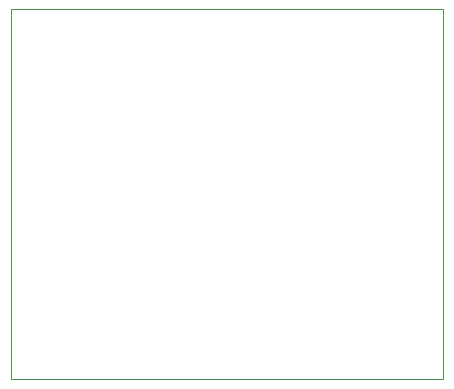
<source format=gm1>
%TF.GenerationSoftware,KiCad,Pcbnew,(6.0.7)*%
%TF.CreationDate,2022-09-15T17:21:33-05:00*%
%TF.ProjectId,starlightremote,73746172-6c69-4676-9874-72656d6f7465,rev?*%
%TF.SameCoordinates,Original*%
%TF.FileFunction,Profile,NP*%
%FSLAX46Y46*%
G04 Gerber Fmt 4.6, Leading zero omitted, Abs format (unit mm)*
G04 Created by KiCad (PCBNEW (6.0.7)) date 2022-09-15 17:21:33*
%MOMM*%
%LPD*%
G01*
G04 APERTURE LIST*
%TA.AperFunction,Profile*%
%ADD10C,0.100000*%
%TD*%
G04 APERTURE END LIST*
D10*
X126206250Y-103187500D02*
X89693750Y-103187500D01*
X89693750Y-71882000D02*
X126238000Y-71882000D01*
X126238000Y-71882000D02*
X126206250Y-103187500D01*
X89693750Y-103187500D02*
X89693750Y-71882000D01*
M02*

</source>
